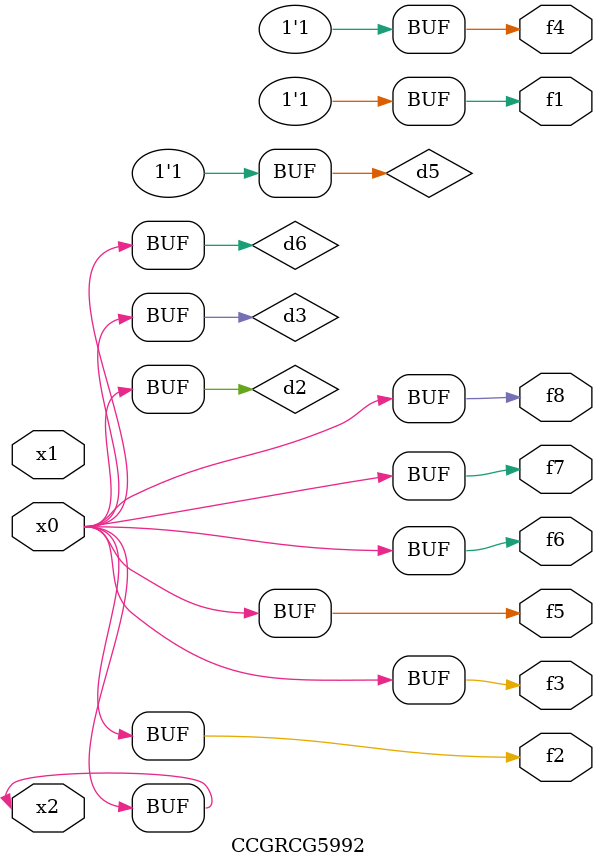
<source format=v>
module CCGRCG5992(
	input x0, x1, x2,
	output f1, f2, f3, f4, f5, f6, f7, f8
);

	wire d1, d2, d3, d4, d5, d6;

	xnor (d1, x2);
	buf (d2, x0, x2);
	and (d3, x0);
	xnor (d4, x1, x2);
	nand (d5, d1, d3);
	buf (d6, d2, d3);
	assign f1 = d5;
	assign f2 = d6;
	assign f3 = d6;
	assign f4 = d5;
	assign f5 = d6;
	assign f6 = d6;
	assign f7 = d6;
	assign f8 = d6;
endmodule

</source>
